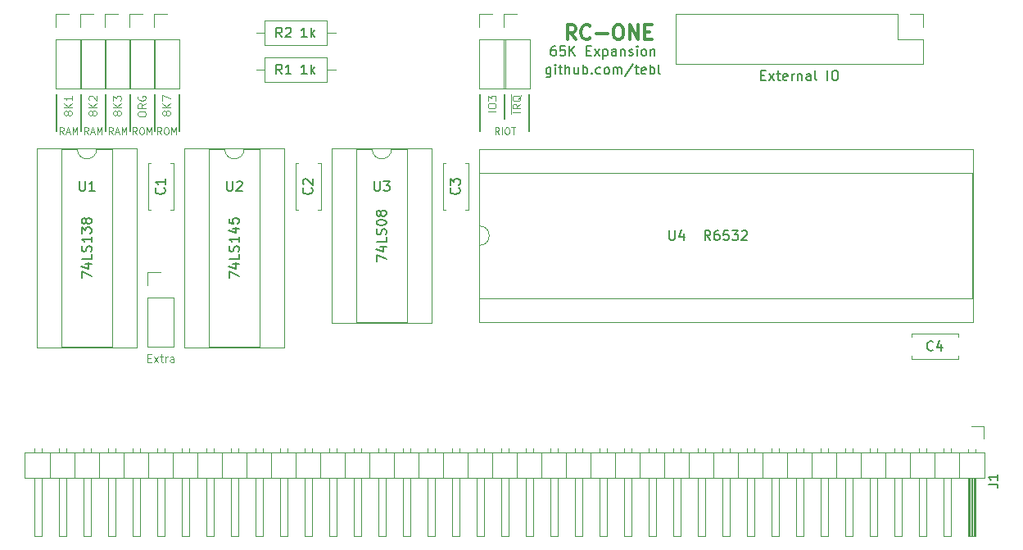
<source format=gto>
G04 #@! TF.FileFunction,Legend,Top*
%FSLAX46Y46*%
G04 Gerber Fmt 4.6, Leading zero omitted, Abs format (unit mm)*
G04 Created by KiCad (PCBNEW 4.0.7) date 09/16/19 13:34:44*
%MOMM*%
%LPD*%
G01*
G04 APERTURE LIST*
%ADD10C,0.100000*%
%ADD11C,0.200000*%
%ADD12C,0.150000*%
%ADD13C,0.300000*%
%ADD14C,0.120000*%
G04 APERTURE END LIST*
D10*
D11*
X140970000Y-105410000D02*
X140970000Y-102870000D01*
X138430000Y-106680000D02*
X138430000Y-102870000D01*
X143510000Y-102870000D02*
X143510000Y-106680000D01*
D10*
X140386668Y-106996667D02*
X140153334Y-106663333D01*
X139986668Y-106996667D02*
X139986668Y-106296667D01*
X140253334Y-106296667D01*
X140320001Y-106330000D01*
X140353334Y-106363333D01*
X140386668Y-106430000D01*
X140386668Y-106530000D01*
X140353334Y-106596667D01*
X140320001Y-106630000D01*
X140253334Y-106663333D01*
X139986668Y-106663333D01*
X140686668Y-106996667D02*
X140686668Y-106296667D01*
X141153334Y-106296667D02*
X141286667Y-106296667D01*
X141353334Y-106330000D01*
X141420001Y-106396667D01*
X141453334Y-106530000D01*
X141453334Y-106763333D01*
X141420001Y-106896667D01*
X141353334Y-106963333D01*
X141286667Y-106996667D01*
X141153334Y-106996667D01*
X141086667Y-106963333D01*
X141020001Y-106896667D01*
X140986667Y-106763333D01*
X140986667Y-106530000D01*
X141020001Y-106396667D01*
X141086667Y-106330000D01*
X141153334Y-106296667D01*
X141653334Y-106296667D02*
X142053334Y-106296667D01*
X141853334Y-106996667D02*
X141853334Y-106296667D01*
D11*
X94615000Y-102870000D02*
X94615000Y-106680000D01*
X97155000Y-106680000D02*
X97155000Y-102870000D01*
X99695000Y-102870000D02*
X99695000Y-106680000D01*
X102235000Y-106680000D02*
X102235000Y-102870000D01*
X104775000Y-102870000D02*
X104775000Y-106680000D01*
X107315000Y-106680000D02*
X107315000Y-102870000D01*
D10*
X105495001Y-106996667D02*
X105261667Y-106663333D01*
X105095001Y-106996667D02*
X105095001Y-106296667D01*
X105361667Y-106296667D01*
X105428334Y-106330000D01*
X105461667Y-106363333D01*
X105495001Y-106430000D01*
X105495001Y-106530000D01*
X105461667Y-106596667D01*
X105428334Y-106630000D01*
X105361667Y-106663333D01*
X105095001Y-106663333D01*
X105928334Y-106296667D02*
X106061667Y-106296667D01*
X106128334Y-106330000D01*
X106195001Y-106396667D01*
X106228334Y-106530000D01*
X106228334Y-106763333D01*
X106195001Y-106896667D01*
X106128334Y-106963333D01*
X106061667Y-106996667D01*
X105928334Y-106996667D01*
X105861667Y-106963333D01*
X105795001Y-106896667D01*
X105761667Y-106763333D01*
X105761667Y-106530000D01*
X105795001Y-106396667D01*
X105861667Y-106330000D01*
X105928334Y-106296667D01*
X106528334Y-106996667D02*
X106528334Y-106296667D01*
X106761667Y-106796667D01*
X106995000Y-106296667D01*
X106995000Y-106996667D01*
X102955001Y-106996667D02*
X102721667Y-106663333D01*
X102555001Y-106996667D02*
X102555001Y-106296667D01*
X102821667Y-106296667D01*
X102888334Y-106330000D01*
X102921667Y-106363333D01*
X102955001Y-106430000D01*
X102955001Y-106530000D01*
X102921667Y-106596667D01*
X102888334Y-106630000D01*
X102821667Y-106663333D01*
X102555001Y-106663333D01*
X103388334Y-106296667D02*
X103521667Y-106296667D01*
X103588334Y-106330000D01*
X103655001Y-106396667D01*
X103688334Y-106530000D01*
X103688334Y-106763333D01*
X103655001Y-106896667D01*
X103588334Y-106963333D01*
X103521667Y-106996667D01*
X103388334Y-106996667D01*
X103321667Y-106963333D01*
X103255001Y-106896667D01*
X103221667Y-106763333D01*
X103221667Y-106530000D01*
X103255001Y-106396667D01*
X103321667Y-106330000D01*
X103388334Y-106296667D01*
X103988334Y-106996667D02*
X103988334Y-106296667D01*
X104221667Y-106796667D01*
X104455000Y-106296667D01*
X104455000Y-106996667D01*
X100481667Y-106996667D02*
X100248333Y-106663333D01*
X100081667Y-106996667D02*
X100081667Y-106296667D01*
X100348333Y-106296667D01*
X100415000Y-106330000D01*
X100448333Y-106363333D01*
X100481667Y-106430000D01*
X100481667Y-106530000D01*
X100448333Y-106596667D01*
X100415000Y-106630000D01*
X100348333Y-106663333D01*
X100081667Y-106663333D01*
X100748333Y-106796667D02*
X101081667Y-106796667D01*
X100681667Y-106996667D02*
X100915000Y-106296667D01*
X101148333Y-106996667D01*
X101381667Y-106996667D02*
X101381667Y-106296667D01*
X101615000Y-106796667D01*
X101848333Y-106296667D01*
X101848333Y-106996667D01*
X97941667Y-106996667D02*
X97708333Y-106663333D01*
X97541667Y-106996667D02*
X97541667Y-106296667D01*
X97808333Y-106296667D01*
X97875000Y-106330000D01*
X97908333Y-106363333D01*
X97941667Y-106430000D01*
X97941667Y-106530000D01*
X97908333Y-106596667D01*
X97875000Y-106630000D01*
X97808333Y-106663333D01*
X97541667Y-106663333D01*
X98208333Y-106796667D02*
X98541667Y-106796667D01*
X98141667Y-106996667D02*
X98375000Y-106296667D01*
X98608333Y-106996667D01*
X98841667Y-106996667D02*
X98841667Y-106296667D01*
X99075000Y-106796667D01*
X99308333Y-106296667D01*
X99308333Y-106996667D01*
X95401667Y-106996667D02*
X95168333Y-106663333D01*
X95001667Y-106996667D02*
X95001667Y-106296667D01*
X95268333Y-106296667D01*
X95335000Y-106330000D01*
X95368333Y-106363333D01*
X95401667Y-106430000D01*
X95401667Y-106530000D01*
X95368333Y-106596667D01*
X95335000Y-106630000D01*
X95268333Y-106663333D01*
X95001667Y-106663333D01*
X95668333Y-106796667D02*
X96001667Y-106796667D01*
X95601667Y-106996667D02*
X95835000Y-106296667D01*
X96068333Y-106996667D01*
X96301667Y-106996667D02*
X96301667Y-106296667D01*
X96535000Y-106796667D01*
X96768333Y-106296667D01*
X96768333Y-106996667D01*
X105949762Y-104889048D02*
X105911667Y-104965239D01*
X105873571Y-105003334D01*
X105797381Y-105041429D01*
X105759286Y-105041429D01*
X105683095Y-105003334D01*
X105645000Y-104965239D01*
X105606905Y-104889048D01*
X105606905Y-104736667D01*
X105645000Y-104660477D01*
X105683095Y-104622381D01*
X105759286Y-104584286D01*
X105797381Y-104584286D01*
X105873571Y-104622381D01*
X105911667Y-104660477D01*
X105949762Y-104736667D01*
X105949762Y-104889048D01*
X105987857Y-104965239D01*
X106025952Y-105003334D01*
X106102143Y-105041429D01*
X106254524Y-105041429D01*
X106330714Y-105003334D01*
X106368810Y-104965239D01*
X106406905Y-104889048D01*
X106406905Y-104736667D01*
X106368810Y-104660477D01*
X106330714Y-104622381D01*
X106254524Y-104584286D01*
X106102143Y-104584286D01*
X106025952Y-104622381D01*
X105987857Y-104660477D01*
X105949762Y-104736667D01*
X106406905Y-104241429D02*
X105606905Y-104241429D01*
X106406905Y-103784286D02*
X105949762Y-104127143D01*
X105606905Y-103784286D02*
X106064048Y-104241429D01*
X105606905Y-103517619D02*
X105606905Y-102984286D01*
X106406905Y-103327143D01*
D12*
X145725238Y-100115714D02*
X145725238Y-100925238D01*
X145677619Y-101020476D01*
X145630000Y-101068095D01*
X145534761Y-101115714D01*
X145391904Y-101115714D01*
X145296666Y-101068095D01*
X145725238Y-100734762D02*
X145630000Y-100782381D01*
X145439523Y-100782381D01*
X145344285Y-100734762D01*
X145296666Y-100687143D01*
X145249047Y-100591905D01*
X145249047Y-100306190D01*
X145296666Y-100210952D01*
X145344285Y-100163333D01*
X145439523Y-100115714D01*
X145630000Y-100115714D01*
X145725238Y-100163333D01*
X146201428Y-100782381D02*
X146201428Y-100115714D01*
X146201428Y-99782381D02*
X146153809Y-99830000D01*
X146201428Y-99877619D01*
X146249047Y-99830000D01*
X146201428Y-99782381D01*
X146201428Y-99877619D01*
X146534761Y-100115714D02*
X146915713Y-100115714D01*
X146677618Y-99782381D02*
X146677618Y-100639524D01*
X146725237Y-100734762D01*
X146820475Y-100782381D01*
X146915713Y-100782381D01*
X147249047Y-100782381D02*
X147249047Y-99782381D01*
X147677619Y-100782381D02*
X147677619Y-100258571D01*
X147630000Y-100163333D01*
X147534762Y-100115714D01*
X147391904Y-100115714D01*
X147296666Y-100163333D01*
X147249047Y-100210952D01*
X148582381Y-100115714D02*
X148582381Y-100782381D01*
X148153809Y-100115714D02*
X148153809Y-100639524D01*
X148201428Y-100734762D01*
X148296666Y-100782381D01*
X148439524Y-100782381D01*
X148534762Y-100734762D01*
X148582381Y-100687143D01*
X149058571Y-100782381D02*
X149058571Y-99782381D01*
X149058571Y-100163333D02*
X149153809Y-100115714D01*
X149344286Y-100115714D01*
X149439524Y-100163333D01*
X149487143Y-100210952D01*
X149534762Y-100306190D01*
X149534762Y-100591905D01*
X149487143Y-100687143D01*
X149439524Y-100734762D01*
X149344286Y-100782381D01*
X149153809Y-100782381D01*
X149058571Y-100734762D01*
X149963333Y-100687143D02*
X150010952Y-100734762D01*
X149963333Y-100782381D01*
X149915714Y-100734762D01*
X149963333Y-100687143D01*
X149963333Y-100782381D01*
X150868095Y-100734762D02*
X150772857Y-100782381D01*
X150582380Y-100782381D01*
X150487142Y-100734762D01*
X150439523Y-100687143D01*
X150391904Y-100591905D01*
X150391904Y-100306190D01*
X150439523Y-100210952D01*
X150487142Y-100163333D01*
X150582380Y-100115714D01*
X150772857Y-100115714D01*
X150868095Y-100163333D01*
X151439523Y-100782381D02*
X151344285Y-100734762D01*
X151296666Y-100687143D01*
X151249047Y-100591905D01*
X151249047Y-100306190D01*
X151296666Y-100210952D01*
X151344285Y-100163333D01*
X151439523Y-100115714D01*
X151582381Y-100115714D01*
X151677619Y-100163333D01*
X151725238Y-100210952D01*
X151772857Y-100306190D01*
X151772857Y-100591905D01*
X151725238Y-100687143D01*
X151677619Y-100734762D01*
X151582381Y-100782381D01*
X151439523Y-100782381D01*
X152201428Y-100782381D02*
X152201428Y-100115714D01*
X152201428Y-100210952D02*
X152249047Y-100163333D01*
X152344285Y-100115714D01*
X152487143Y-100115714D01*
X152582381Y-100163333D01*
X152630000Y-100258571D01*
X152630000Y-100782381D01*
X152630000Y-100258571D02*
X152677619Y-100163333D01*
X152772857Y-100115714D01*
X152915714Y-100115714D01*
X153010952Y-100163333D01*
X153058571Y-100258571D01*
X153058571Y-100782381D01*
X154249047Y-99734762D02*
X153391904Y-101020476D01*
X154439523Y-100115714D02*
X154820475Y-100115714D01*
X154582380Y-99782381D02*
X154582380Y-100639524D01*
X154629999Y-100734762D01*
X154725237Y-100782381D01*
X154820475Y-100782381D01*
X155534762Y-100734762D02*
X155439524Y-100782381D01*
X155249047Y-100782381D01*
X155153809Y-100734762D01*
X155106190Y-100639524D01*
X155106190Y-100258571D01*
X155153809Y-100163333D01*
X155249047Y-100115714D01*
X155439524Y-100115714D01*
X155534762Y-100163333D01*
X155582381Y-100258571D01*
X155582381Y-100353810D01*
X155106190Y-100449048D01*
X156010952Y-100782381D02*
X156010952Y-99782381D01*
X156010952Y-100163333D02*
X156106190Y-100115714D01*
X156296667Y-100115714D01*
X156391905Y-100163333D01*
X156439524Y-100210952D01*
X156487143Y-100306190D01*
X156487143Y-100591905D01*
X156439524Y-100687143D01*
X156391905Y-100734762D01*
X156296667Y-100782381D01*
X156106190Y-100782381D01*
X156010952Y-100734762D01*
X157058571Y-100782381D02*
X156963333Y-100734762D01*
X156915714Y-100639524D01*
X156915714Y-99782381D01*
X146201429Y-97877381D02*
X146010952Y-97877381D01*
X145915714Y-97925000D01*
X145868095Y-97972619D01*
X145772857Y-98115476D01*
X145725238Y-98305952D01*
X145725238Y-98686905D01*
X145772857Y-98782143D01*
X145820476Y-98829762D01*
X145915714Y-98877381D01*
X146106191Y-98877381D01*
X146201429Y-98829762D01*
X146249048Y-98782143D01*
X146296667Y-98686905D01*
X146296667Y-98448810D01*
X146249048Y-98353571D01*
X146201429Y-98305952D01*
X146106191Y-98258333D01*
X145915714Y-98258333D01*
X145820476Y-98305952D01*
X145772857Y-98353571D01*
X145725238Y-98448810D01*
X147201429Y-97877381D02*
X146725238Y-97877381D01*
X146677619Y-98353571D01*
X146725238Y-98305952D01*
X146820476Y-98258333D01*
X147058572Y-98258333D01*
X147153810Y-98305952D01*
X147201429Y-98353571D01*
X147249048Y-98448810D01*
X147249048Y-98686905D01*
X147201429Y-98782143D01*
X147153810Y-98829762D01*
X147058572Y-98877381D01*
X146820476Y-98877381D01*
X146725238Y-98829762D01*
X146677619Y-98782143D01*
X147677619Y-98877381D02*
X147677619Y-97877381D01*
X148249048Y-98877381D02*
X147820476Y-98305952D01*
X148249048Y-97877381D02*
X147677619Y-98448810D01*
X149439524Y-98353571D02*
X149772858Y-98353571D01*
X149915715Y-98877381D02*
X149439524Y-98877381D01*
X149439524Y-97877381D01*
X149915715Y-97877381D01*
X150249048Y-98877381D02*
X150772858Y-98210714D01*
X150249048Y-98210714D02*
X150772858Y-98877381D01*
X151153810Y-98210714D02*
X151153810Y-99210714D01*
X151153810Y-98258333D02*
X151249048Y-98210714D01*
X151439525Y-98210714D01*
X151534763Y-98258333D01*
X151582382Y-98305952D01*
X151630001Y-98401190D01*
X151630001Y-98686905D01*
X151582382Y-98782143D01*
X151534763Y-98829762D01*
X151439525Y-98877381D01*
X151249048Y-98877381D01*
X151153810Y-98829762D01*
X152487144Y-98877381D02*
X152487144Y-98353571D01*
X152439525Y-98258333D01*
X152344287Y-98210714D01*
X152153810Y-98210714D01*
X152058572Y-98258333D01*
X152487144Y-98829762D02*
X152391906Y-98877381D01*
X152153810Y-98877381D01*
X152058572Y-98829762D01*
X152010953Y-98734524D01*
X152010953Y-98639286D01*
X152058572Y-98544048D01*
X152153810Y-98496429D01*
X152391906Y-98496429D01*
X152487144Y-98448810D01*
X152963334Y-98210714D02*
X152963334Y-98877381D01*
X152963334Y-98305952D02*
X153010953Y-98258333D01*
X153106191Y-98210714D01*
X153249049Y-98210714D01*
X153344287Y-98258333D01*
X153391906Y-98353571D01*
X153391906Y-98877381D01*
X153820477Y-98829762D02*
X153915715Y-98877381D01*
X154106191Y-98877381D01*
X154201430Y-98829762D01*
X154249049Y-98734524D01*
X154249049Y-98686905D01*
X154201430Y-98591667D01*
X154106191Y-98544048D01*
X153963334Y-98544048D01*
X153868096Y-98496429D01*
X153820477Y-98401190D01*
X153820477Y-98353571D01*
X153868096Y-98258333D01*
X153963334Y-98210714D01*
X154106191Y-98210714D01*
X154201430Y-98258333D01*
X154677620Y-98877381D02*
X154677620Y-98210714D01*
X154677620Y-97877381D02*
X154630001Y-97925000D01*
X154677620Y-97972619D01*
X154725239Y-97925000D01*
X154677620Y-97877381D01*
X154677620Y-97972619D01*
X155296667Y-98877381D02*
X155201429Y-98829762D01*
X155153810Y-98782143D01*
X155106191Y-98686905D01*
X155106191Y-98401190D01*
X155153810Y-98305952D01*
X155201429Y-98258333D01*
X155296667Y-98210714D01*
X155439525Y-98210714D01*
X155534763Y-98258333D01*
X155582382Y-98305952D01*
X155630001Y-98401190D01*
X155630001Y-98686905D01*
X155582382Y-98782143D01*
X155534763Y-98829762D01*
X155439525Y-98877381D01*
X155296667Y-98877381D01*
X156058572Y-98210714D02*
X156058572Y-98877381D01*
X156058572Y-98305952D02*
X156106191Y-98258333D01*
X156201429Y-98210714D01*
X156344287Y-98210714D01*
X156439525Y-98258333D01*
X156487144Y-98353571D01*
X156487144Y-98877381D01*
D13*
X148300714Y-97198571D02*
X147800714Y-96484286D01*
X147443571Y-97198571D02*
X147443571Y-95698571D01*
X148014999Y-95698571D01*
X148157857Y-95770000D01*
X148229285Y-95841429D01*
X148300714Y-95984286D01*
X148300714Y-96198571D01*
X148229285Y-96341429D01*
X148157857Y-96412857D01*
X148014999Y-96484286D01*
X147443571Y-96484286D01*
X149800714Y-97055714D02*
X149729285Y-97127143D01*
X149514999Y-97198571D01*
X149372142Y-97198571D01*
X149157857Y-97127143D01*
X149014999Y-96984286D01*
X148943571Y-96841429D01*
X148872142Y-96555714D01*
X148872142Y-96341429D01*
X148943571Y-96055714D01*
X149014999Y-95912857D01*
X149157857Y-95770000D01*
X149372142Y-95698571D01*
X149514999Y-95698571D01*
X149729285Y-95770000D01*
X149800714Y-95841429D01*
X150443571Y-96627143D02*
X151586428Y-96627143D01*
X152586428Y-95698571D02*
X152872142Y-95698571D01*
X153015000Y-95770000D01*
X153157857Y-95912857D01*
X153229285Y-96198571D01*
X153229285Y-96698571D01*
X153157857Y-96984286D01*
X153015000Y-97127143D01*
X152872142Y-97198571D01*
X152586428Y-97198571D01*
X152443571Y-97127143D01*
X152300714Y-96984286D01*
X152229285Y-96698571D01*
X152229285Y-96198571D01*
X152300714Y-95912857D01*
X152443571Y-95770000D01*
X152586428Y-95698571D01*
X153872143Y-97198571D02*
X153872143Y-95698571D01*
X154729286Y-97198571D01*
X154729286Y-95698571D01*
X155443572Y-96412857D02*
X155943572Y-96412857D01*
X156157858Y-97198571D02*
X155443572Y-97198571D01*
X155443572Y-95698571D01*
X156157858Y-95698571D01*
D10*
X103066905Y-104965238D02*
X103066905Y-104812857D01*
X103105000Y-104736666D01*
X103181190Y-104660476D01*
X103333571Y-104622381D01*
X103600238Y-104622381D01*
X103752619Y-104660476D01*
X103828810Y-104736666D01*
X103866905Y-104812857D01*
X103866905Y-104965238D01*
X103828810Y-105041428D01*
X103752619Y-105117619D01*
X103600238Y-105155714D01*
X103333571Y-105155714D01*
X103181190Y-105117619D01*
X103105000Y-105041428D01*
X103066905Y-104965238D01*
X103866905Y-103822381D02*
X103485952Y-104089048D01*
X103866905Y-104279524D02*
X103066905Y-104279524D01*
X103066905Y-103974762D01*
X103105000Y-103898571D01*
X103143095Y-103860476D01*
X103219286Y-103822381D01*
X103333571Y-103822381D01*
X103409762Y-103860476D01*
X103447857Y-103898571D01*
X103485952Y-103974762D01*
X103485952Y-104279524D01*
X103105000Y-103060476D02*
X103066905Y-103136667D01*
X103066905Y-103250952D01*
X103105000Y-103365238D01*
X103181190Y-103441429D01*
X103257381Y-103479524D01*
X103409762Y-103517619D01*
X103524048Y-103517619D01*
X103676429Y-103479524D01*
X103752619Y-103441429D01*
X103828810Y-103365238D01*
X103866905Y-103250952D01*
X103866905Y-103174762D01*
X103828810Y-103060476D01*
X103790714Y-103022381D01*
X103524048Y-103022381D01*
X103524048Y-103174762D01*
X100869762Y-104889048D02*
X100831667Y-104965239D01*
X100793571Y-105003334D01*
X100717381Y-105041429D01*
X100679286Y-105041429D01*
X100603095Y-105003334D01*
X100565000Y-104965239D01*
X100526905Y-104889048D01*
X100526905Y-104736667D01*
X100565000Y-104660477D01*
X100603095Y-104622381D01*
X100679286Y-104584286D01*
X100717381Y-104584286D01*
X100793571Y-104622381D01*
X100831667Y-104660477D01*
X100869762Y-104736667D01*
X100869762Y-104889048D01*
X100907857Y-104965239D01*
X100945952Y-105003334D01*
X101022143Y-105041429D01*
X101174524Y-105041429D01*
X101250714Y-105003334D01*
X101288810Y-104965239D01*
X101326905Y-104889048D01*
X101326905Y-104736667D01*
X101288810Y-104660477D01*
X101250714Y-104622381D01*
X101174524Y-104584286D01*
X101022143Y-104584286D01*
X100945952Y-104622381D01*
X100907857Y-104660477D01*
X100869762Y-104736667D01*
X101326905Y-104241429D02*
X100526905Y-104241429D01*
X101326905Y-103784286D02*
X100869762Y-104127143D01*
X100526905Y-103784286D02*
X100984048Y-104241429D01*
X100526905Y-103517619D02*
X100526905Y-103022381D01*
X100831667Y-103289048D01*
X100831667Y-103174762D01*
X100869762Y-103098572D01*
X100907857Y-103060476D01*
X100984048Y-103022381D01*
X101174524Y-103022381D01*
X101250714Y-103060476D01*
X101288810Y-103098572D01*
X101326905Y-103174762D01*
X101326905Y-103403334D01*
X101288810Y-103479524D01*
X101250714Y-103517619D01*
X98329762Y-104889048D02*
X98291667Y-104965239D01*
X98253571Y-105003334D01*
X98177381Y-105041429D01*
X98139286Y-105041429D01*
X98063095Y-105003334D01*
X98025000Y-104965239D01*
X97986905Y-104889048D01*
X97986905Y-104736667D01*
X98025000Y-104660477D01*
X98063095Y-104622381D01*
X98139286Y-104584286D01*
X98177381Y-104584286D01*
X98253571Y-104622381D01*
X98291667Y-104660477D01*
X98329762Y-104736667D01*
X98329762Y-104889048D01*
X98367857Y-104965239D01*
X98405952Y-105003334D01*
X98482143Y-105041429D01*
X98634524Y-105041429D01*
X98710714Y-105003334D01*
X98748810Y-104965239D01*
X98786905Y-104889048D01*
X98786905Y-104736667D01*
X98748810Y-104660477D01*
X98710714Y-104622381D01*
X98634524Y-104584286D01*
X98482143Y-104584286D01*
X98405952Y-104622381D01*
X98367857Y-104660477D01*
X98329762Y-104736667D01*
X98786905Y-104241429D02*
X97986905Y-104241429D01*
X98786905Y-103784286D02*
X98329762Y-104127143D01*
X97986905Y-103784286D02*
X98444048Y-104241429D01*
X98063095Y-103479524D02*
X98025000Y-103441429D01*
X97986905Y-103365238D01*
X97986905Y-103174762D01*
X98025000Y-103098572D01*
X98063095Y-103060476D01*
X98139286Y-103022381D01*
X98215476Y-103022381D01*
X98329762Y-103060476D01*
X98786905Y-103517619D01*
X98786905Y-103022381D01*
X95789762Y-104889048D02*
X95751667Y-104965239D01*
X95713571Y-105003334D01*
X95637381Y-105041429D01*
X95599286Y-105041429D01*
X95523095Y-105003334D01*
X95485000Y-104965239D01*
X95446905Y-104889048D01*
X95446905Y-104736667D01*
X95485000Y-104660477D01*
X95523095Y-104622381D01*
X95599286Y-104584286D01*
X95637381Y-104584286D01*
X95713571Y-104622381D01*
X95751667Y-104660477D01*
X95789762Y-104736667D01*
X95789762Y-104889048D01*
X95827857Y-104965239D01*
X95865952Y-105003334D01*
X95942143Y-105041429D01*
X96094524Y-105041429D01*
X96170714Y-105003334D01*
X96208810Y-104965239D01*
X96246905Y-104889048D01*
X96246905Y-104736667D01*
X96208810Y-104660477D01*
X96170714Y-104622381D01*
X96094524Y-104584286D01*
X95942143Y-104584286D01*
X95865952Y-104622381D01*
X95827857Y-104660477D01*
X95789762Y-104736667D01*
X96246905Y-104241429D02*
X95446905Y-104241429D01*
X96246905Y-103784286D02*
X95789762Y-104127143D01*
X95446905Y-103784286D02*
X95904048Y-104241429D01*
X96246905Y-103022381D02*
X96246905Y-103479524D01*
X96246905Y-103250953D02*
X95446905Y-103250953D01*
X95561190Y-103327143D01*
X95637381Y-103403334D01*
X95675476Y-103479524D01*
X140061905Y-104660476D02*
X139261905Y-104660476D01*
X139261905Y-104127143D02*
X139261905Y-103974762D01*
X139300000Y-103898571D01*
X139376190Y-103822381D01*
X139528571Y-103784286D01*
X139795238Y-103784286D01*
X139947619Y-103822381D01*
X140023810Y-103898571D01*
X140061905Y-103974762D01*
X140061905Y-104127143D01*
X140023810Y-104203333D01*
X139947619Y-104279524D01*
X139795238Y-104317619D01*
X139528571Y-104317619D01*
X139376190Y-104279524D01*
X139300000Y-104203333D01*
X139261905Y-104127143D01*
X139261905Y-103517619D02*
X139261905Y-103022381D01*
X139566667Y-103289048D01*
X139566667Y-103174762D01*
X139604762Y-103098572D01*
X139642857Y-103060476D01*
X139719048Y-103022381D01*
X139909524Y-103022381D01*
X139985714Y-103060476D01*
X140023810Y-103098572D01*
X140061905Y-103174762D01*
X140061905Y-103403334D01*
X140023810Y-103479524D01*
X139985714Y-103517619D01*
X142601905Y-104698571D02*
X141801905Y-104698571D01*
X142601905Y-103860476D02*
X142220952Y-104127143D01*
X142601905Y-104317619D02*
X141801905Y-104317619D01*
X141801905Y-104012857D01*
X141840000Y-103936666D01*
X141878095Y-103898571D01*
X141954286Y-103860476D01*
X142068571Y-103860476D01*
X142144762Y-103898571D01*
X142182857Y-103936666D01*
X142220952Y-104012857D01*
X142220952Y-104317619D01*
X142678095Y-102984285D02*
X142640000Y-103060476D01*
X142563810Y-103136666D01*
X142449524Y-103250952D01*
X142411429Y-103327143D01*
X142411429Y-103403333D01*
X142601905Y-103365238D02*
X142563810Y-103441428D01*
X142487619Y-103517619D01*
X142335238Y-103555714D01*
X142068571Y-103555714D01*
X141916190Y-103517619D01*
X141840000Y-103441428D01*
X141801905Y-103365238D01*
X141801905Y-103212857D01*
X141840000Y-103136666D01*
X141916190Y-103060476D01*
X142068571Y-103022381D01*
X142335238Y-103022381D01*
X142487619Y-103060476D01*
X142563810Y-103136666D01*
X142601905Y-103212857D01*
X142601905Y-103365238D01*
X141664000Y-104889047D02*
X141664000Y-102870000D01*
D14*
X106720000Y-109945000D02*
X106720000Y-114765000D01*
X104100000Y-109945000D02*
X104100000Y-114765000D01*
X106720000Y-109945000D02*
X106406000Y-109945000D01*
X104414000Y-109945000D02*
X104100000Y-109945000D01*
X106720000Y-114765000D02*
X106406000Y-114765000D01*
X104414000Y-114765000D02*
X104100000Y-114765000D01*
X121960000Y-109945000D02*
X121960000Y-114765000D01*
X119340000Y-109945000D02*
X119340000Y-114765000D01*
X121960000Y-109945000D02*
X121646000Y-109945000D01*
X119654000Y-109945000D02*
X119340000Y-109945000D01*
X121960000Y-114765000D02*
X121646000Y-114765000D01*
X119654000Y-114765000D02*
X119340000Y-114765000D01*
X137200000Y-109945000D02*
X137200000Y-114765000D01*
X134580000Y-109945000D02*
X134580000Y-114765000D01*
X137200000Y-109945000D02*
X136886000Y-109945000D01*
X134894000Y-109945000D02*
X134580000Y-109945000D01*
X137200000Y-114765000D02*
X136886000Y-114765000D01*
X134894000Y-114765000D02*
X134580000Y-114765000D01*
X190560000Y-139870000D02*
X91380000Y-139870000D01*
X91380000Y-139870000D02*
X91380000Y-142530000D01*
X91380000Y-142530000D02*
X190560000Y-142530000D01*
X190560000Y-142530000D02*
X190560000Y-139870000D01*
X189610000Y-142530000D02*
X189610000Y-148530000D01*
X189610000Y-148530000D02*
X188850000Y-148530000D01*
X188850000Y-148530000D02*
X188850000Y-142530000D01*
X189550000Y-142530000D02*
X189550000Y-148530000D01*
X189430000Y-142530000D02*
X189430000Y-148530000D01*
X189310000Y-142530000D02*
X189310000Y-148530000D01*
X189190000Y-142530000D02*
X189190000Y-148530000D01*
X189070000Y-142530000D02*
X189070000Y-148530000D01*
X188950000Y-142530000D02*
X188950000Y-148530000D01*
X189610000Y-139540000D02*
X189610000Y-139870000D01*
X188850000Y-139540000D02*
X188850000Y-139870000D01*
X187960000Y-139870000D02*
X187960000Y-142530000D01*
X187070000Y-142530000D02*
X187070000Y-148530000D01*
X187070000Y-148530000D02*
X186310000Y-148530000D01*
X186310000Y-148530000D02*
X186310000Y-142530000D01*
X187070000Y-139472929D02*
X187070000Y-139870000D01*
X186310000Y-139472929D02*
X186310000Y-139870000D01*
X185420000Y-139870000D02*
X185420000Y-142530000D01*
X184530000Y-142530000D02*
X184530000Y-148530000D01*
X184530000Y-148530000D02*
X183770000Y-148530000D01*
X183770000Y-148530000D02*
X183770000Y-142530000D01*
X184530000Y-139472929D02*
X184530000Y-139870000D01*
X183770000Y-139472929D02*
X183770000Y-139870000D01*
X182880000Y-139870000D02*
X182880000Y-142530000D01*
X181990000Y-142530000D02*
X181990000Y-148530000D01*
X181990000Y-148530000D02*
X181230000Y-148530000D01*
X181230000Y-148530000D02*
X181230000Y-142530000D01*
X181990000Y-139472929D02*
X181990000Y-139870000D01*
X181230000Y-139472929D02*
X181230000Y-139870000D01*
X180340000Y-139870000D02*
X180340000Y-142530000D01*
X179450000Y-142530000D02*
X179450000Y-148530000D01*
X179450000Y-148530000D02*
X178690000Y-148530000D01*
X178690000Y-148530000D02*
X178690000Y-142530000D01*
X179450000Y-139472929D02*
X179450000Y-139870000D01*
X178690000Y-139472929D02*
X178690000Y-139870000D01*
X177800000Y-139870000D02*
X177800000Y-142530000D01*
X176910000Y-142530000D02*
X176910000Y-148530000D01*
X176910000Y-148530000D02*
X176150000Y-148530000D01*
X176150000Y-148530000D02*
X176150000Y-142530000D01*
X176910000Y-139472929D02*
X176910000Y-139870000D01*
X176150000Y-139472929D02*
X176150000Y-139870000D01*
X175260000Y-139870000D02*
X175260000Y-142530000D01*
X174370000Y-142530000D02*
X174370000Y-148530000D01*
X174370000Y-148530000D02*
X173610000Y-148530000D01*
X173610000Y-148530000D02*
X173610000Y-142530000D01*
X174370000Y-139472929D02*
X174370000Y-139870000D01*
X173610000Y-139472929D02*
X173610000Y-139870000D01*
X172720000Y-139870000D02*
X172720000Y-142530000D01*
X171830000Y-142530000D02*
X171830000Y-148530000D01*
X171830000Y-148530000D02*
X171070000Y-148530000D01*
X171070000Y-148530000D02*
X171070000Y-142530000D01*
X171830000Y-139472929D02*
X171830000Y-139870000D01*
X171070000Y-139472929D02*
X171070000Y-139870000D01*
X170180000Y-139870000D02*
X170180000Y-142530000D01*
X169290000Y-142530000D02*
X169290000Y-148530000D01*
X169290000Y-148530000D02*
X168530000Y-148530000D01*
X168530000Y-148530000D02*
X168530000Y-142530000D01*
X169290000Y-139472929D02*
X169290000Y-139870000D01*
X168530000Y-139472929D02*
X168530000Y-139870000D01*
X167640000Y-139870000D02*
X167640000Y-142530000D01*
X166750000Y-142530000D02*
X166750000Y-148530000D01*
X166750000Y-148530000D02*
X165990000Y-148530000D01*
X165990000Y-148530000D02*
X165990000Y-142530000D01*
X166750000Y-139472929D02*
X166750000Y-139870000D01*
X165990000Y-139472929D02*
X165990000Y-139870000D01*
X165100000Y-139870000D02*
X165100000Y-142530000D01*
X164210000Y-142530000D02*
X164210000Y-148530000D01*
X164210000Y-148530000D02*
X163450000Y-148530000D01*
X163450000Y-148530000D02*
X163450000Y-142530000D01*
X164210000Y-139472929D02*
X164210000Y-139870000D01*
X163450000Y-139472929D02*
X163450000Y-139870000D01*
X162560000Y-139870000D02*
X162560000Y-142530000D01*
X161670000Y-142530000D02*
X161670000Y-148530000D01*
X161670000Y-148530000D02*
X160910000Y-148530000D01*
X160910000Y-148530000D02*
X160910000Y-142530000D01*
X161670000Y-139472929D02*
X161670000Y-139870000D01*
X160910000Y-139472929D02*
X160910000Y-139870000D01*
X160020000Y-139870000D02*
X160020000Y-142530000D01*
X159130000Y-142530000D02*
X159130000Y-148530000D01*
X159130000Y-148530000D02*
X158370000Y-148530000D01*
X158370000Y-148530000D02*
X158370000Y-142530000D01*
X159130000Y-139472929D02*
X159130000Y-139870000D01*
X158370000Y-139472929D02*
X158370000Y-139870000D01*
X157480000Y-139870000D02*
X157480000Y-142530000D01*
X156590000Y-142530000D02*
X156590000Y-148530000D01*
X156590000Y-148530000D02*
X155830000Y-148530000D01*
X155830000Y-148530000D02*
X155830000Y-142530000D01*
X156590000Y-139472929D02*
X156590000Y-139870000D01*
X155830000Y-139472929D02*
X155830000Y-139870000D01*
X154940000Y-139870000D02*
X154940000Y-142530000D01*
X154050000Y-142530000D02*
X154050000Y-148530000D01*
X154050000Y-148530000D02*
X153290000Y-148530000D01*
X153290000Y-148530000D02*
X153290000Y-142530000D01*
X154050000Y-139472929D02*
X154050000Y-139870000D01*
X153290000Y-139472929D02*
X153290000Y-139870000D01*
X152400000Y-139870000D02*
X152400000Y-142530000D01*
X151510000Y-142530000D02*
X151510000Y-148530000D01*
X151510000Y-148530000D02*
X150750000Y-148530000D01*
X150750000Y-148530000D02*
X150750000Y-142530000D01*
X151510000Y-139472929D02*
X151510000Y-139870000D01*
X150750000Y-139472929D02*
X150750000Y-139870000D01*
X149860000Y-139870000D02*
X149860000Y-142530000D01*
X148970000Y-142530000D02*
X148970000Y-148530000D01*
X148970000Y-148530000D02*
X148210000Y-148530000D01*
X148210000Y-148530000D02*
X148210000Y-142530000D01*
X148970000Y-139472929D02*
X148970000Y-139870000D01*
X148210000Y-139472929D02*
X148210000Y-139870000D01*
X147320000Y-139870000D02*
X147320000Y-142530000D01*
X146430000Y-142530000D02*
X146430000Y-148530000D01*
X146430000Y-148530000D02*
X145670000Y-148530000D01*
X145670000Y-148530000D02*
X145670000Y-142530000D01*
X146430000Y-139472929D02*
X146430000Y-139870000D01*
X145670000Y-139472929D02*
X145670000Y-139870000D01*
X144780000Y-139870000D02*
X144780000Y-142530000D01*
X143890000Y-142530000D02*
X143890000Y-148530000D01*
X143890000Y-148530000D02*
X143130000Y-148530000D01*
X143130000Y-148530000D02*
X143130000Y-142530000D01*
X143890000Y-139472929D02*
X143890000Y-139870000D01*
X143130000Y-139472929D02*
X143130000Y-139870000D01*
X142240000Y-139870000D02*
X142240000Y-142530000D01*
X141350000Y-142530000D02*
X141350000Y-148530000D01*
X141350000Y-148530000D02*
X140590000Y-148530000D01*
X140590000Y-148530000D02*
X140590000Y-142530000D01*
X141350000Y-139472929D02*
X141350000Y-139870000D01*
X140590000Y-139472929D02*
X140590000Y-139870000D01*
X139700000Y-139870000D02*
X139700000Y-142530000D01*
X138810000Y-142530000D02*
X138810000Y-148530000D01*
X138810000Y-148530000D02*
X138050000Y-148530000D01*
X138050000Y-148530000D02*
X138050000Y-142530000D01*
X138810000Y-139472929D02*
X138810000Y-139870000D01*
X138050000Y-139472929D02*
X138050000Y-139870000D01*
X137160000Y-139870000D02*
X137160000Y-142530000D01*
X136270000Y-142530000D02*
X136270000Y-148530000D01*
X136270000Y-148530000D02*
X135510000Y-148530000D01*
X135510000Y-148530000D02*
X135510000Y-142530000D01*
X136270000Y-139472929D02*
X136270000Y-139870000D01*
X135510000Y-139472929D02*
X135510000Y-139870000D01*
X134620000Y-139870000D02*
X134620000Y-142530000D01*
X133730000Y-142530000D02*
X133730000Y-148530000D01*
X133730000Y-148530000D02*
X132970000Y-148530000D01*
X132970000Y-148530000D02*
X132970000Y-142530000D01*
X133730000Y-139472929D02*
X133730000Y-139870000D01*
X132970000Y-139472929D02*
X132970000Y-139870000D01*
X132080000Y-139870000D02*
X132080000Y-142530000D01*
X131190000Y-142530000D02*
X131190000Y-148530000D01*
X131190000Y-148530000D02*
X130430000Y-148530000D01*
X130430000Y-148530000D02*
X130430000Y-142530000D01*
X131190000Y-139472929D02*
X131190000Y-139870000D01*
X130430000Y-139472929D02*
X130430000Y-139870000D01*
X129540000Y-139870000D02*
X129540000Y-142530000D01*
X128650000Y-142530000D02*
X128650000Y-148530000D01*
X128650000Y-148530000D02*
X127890000Y-148530000D01*
X127890000Y-148530000D02*
X127890000Y-142530000D01*
X128650000Y-139472929D02*
X128650000Y-139870000D01*
X127890000Y-139472929D02*
X127890000Y-139870000D01*
X127000000Y-139870000D02*
X127000000Y-142530000D01*
X126110000Y-142530000D02*
X126110000Y-148530000D01*
X126110000Y-148530000D02*
X125350000Y-148530000D01*
X125350000Y-148530000D02*
X125350000Y-142530000D01*
X126110000Y-139472929D02*
X126110000Y-139870000D01*
X125350000Y-139472929D02*
X125350000Y-139870000D01*
X124460000Y-139870000D02*
X124460000Y-142530000D01*
X123570000Y-142530000D02*
X123570000Y-148530000D01*
X123570000Y-148530000D02*
X122810000Y-148530000D01*
X122810000Y-148530000D02*
X122810000Y-142530000D01*
X123570000Y-139472929D02*
X123570000Y-139870000D01*
X122810000Y-139472929D02*
X122810000Y-139870000D01*
X121920000Y-139870000D02*
X121920000Y-142530000D01*
X121030000Y-142530000D02*
X121030000Y-148530000D01*
X121030000Y-148530000D02*
X120270000Y-148530000D01*
X120270000Y-148530000D02*
X120270000Y-142530000D01*
X121030000Y-139472929D02*
X121030000Y-139870000D01*
X120270000Y-139472929D02*
X120270000Y-139870000D01*
X119380000Y-139870000D02*
X119380000Y-142530000D01*
X118490000Y-142530000D02*
X118490000Y-148530000D01*
X118490000Y-148530000D02*
X117730000Y-148530000D01*
X117730000Y-148530000D02*
X117730000Y-142530000D01*
X118490000Y-139472929D02*
X118490000Y-139870000D01*
X117730000Y-139472929D02*
X117730000Y-139870000D01*
X116840000Y-139870000D02*
X116840000Y-142530000D01*
X115950000Y-142530000D02*
X115950000Y-148530000D01*
X115950000Y-148530000D02*
X115190000Y-148530000D01*
X115190000Y-148530000D02*
X115190000Y-142530000D01*
X115950000Y-139472929D02*
X115950000Y-139870000D01*
X115190000Y-139472929D02*
X115190000Y-139870000D01*
X114300000Y-139870000D02*
X114300000Y-142530000D01*
X113410000Y-142530000D02*
X113410000Y-148530000D01*
X113410000Y-148530000D02*
X112650000Y-148530000D01*
X112650000Y-148530000D02*
X112650000Y-142530000D01*
X113410000Y-139472929D02*
X113410000Y-139870000D01*
X112650000Y-139472929D02*
X112650000Y-139870000D01*
X111760000Y-139870000D02*
X111760000Y-142530000D01*
X110870000Y-142530000D02*
X110870000Y-148530000D01*
X110870000Y-148530000D02*
X110110000Y-148530000D01*
X110110000Y-148530000D02*
X110110000Y-142530000D01*
X110870000Y-139472929D02*
X110870000Y-139870000D01*
X110110000Y-139472929D02*
X110110000Y-139870000D01*
X109220000Y-139870000D02*
X109220000Y-142530000D01*
X108330000Y-142530000D02*
X108330000Y-148530000D01*
X108330000Y-148530000D02*
X107570000Y-148530000D01*
X107570000Y-148530000D02*
X107570000Y-142530000D01*
X108330000Y-139472929D02*
X108330000Y-139870000D01*
X107570000Y-139472929D02*
X107570000Y-139870000D01*
X106680000Y-139870000D02*
X106680000Y-142530000D01*
X105790000Y-142530000D02*
X105790000Y-148530000D01*
X105790000Y-148530000D02*
X105030000Y-148530000D01*
X105030000Y-148530000D02*
X105030000Y-142530000D01*
X105790000Y-139472929D02*
X105790000Y-139870000D01*
X105030000Y-139472929D02*
X105030000Y-139870000D01*
X104140000Y-139870000D02*
X104140000Y-142530000D01*
X103250000Y-142530000D02*
X103250000Y-148530000D01*
X103250000Y-148530000D02*
X102490000Y-148530000D01*
X102490000Y-148530000D02*
X102490000Y-142530000D01*
X103250000Y-139472929D02*
X103250000Y-139870000D01*
X102490000Y-139472929D02*
X102490000Y-139870000D01*
X101600000Y-139870000D02*
X101600000Y-142530000D01*
X100710000Y-142530000D02*
X100710000Y-148530000D01*
X100710000Y-148530000D02*
X99950000Y-148530000D01*
X99950000Y-148530000D02*
X99950000Y-142530000D01*
X100710000Y-139472929D02*
X100710000Y-139870000D01*
X99950000Y-139472929D02*
X99950000Y-139870000D01*
X99060000Y-139870000D02*
X99060000Y-142530000D01*
X98170000Y-142530000D02*
X98170000Y-148530000D01*
X98170000Y-148530000D02*
X97410000Y-148530000D01*
X97410000Y-148530000D02*
X97410000Y-142530000D01*
X98170000Y-139472929D02*
X98170000Y-139870000D01*
X97410000Y-139472929D02*
X97410000Y-139870000D01*
X96520000Y-139870000D02*
X96520000Y-142530000D01*
X95630000Y-142530000D02*
X95630000Y-148530000D01*
X95630000Y-148530000D02*
X94870000Y-148530000D01*
X94870000Y-148530000D02*
X94870000Y-142530000D01*
X95630000Y-139472929D02*
X95630000Y-139870000D01*
X94870000Y-139472929D02*
X94870000Y-139870000D01*
X93980000Y-139870000D02*
X93980000Y-142530000D01*
X93090000Y-142530000D02*
X93090000Y-148530000D01*
X93090000Y-148530000D02*
X92330000Y-148530000D01*
X92330000Y-148530000D02*
X92330000Y-142530000D01*
X93090000Y-139472929D02*
X93090000Y-139870000D01*
X92330000Y-139472929D02*
X92330000Y-139870000D01*
X189230000Y-137160000D02*
X190500000Y-137160000D01*
X190500000Y-137160000D02*
X190500000Y-138430000D01*
X94555000Y-102295000D02*
X97215000Y-102295000D01*
X94555000Y-97155000D02*
X94555000Y-102295000D01*
X97215000Y-97155000D02*
X97215000Y-102295000D01*
X94555000Y-97155000D02*
X97215000Y-97155000D01*
X94555000Y-95885000D02*
X94555000Y-94555000D01*
X94555000Y-94555000D02*
X95885000Y-94555000D01*
X97095000Y-102295000D02*
X99755000Y-102295000D01*
X97095000Y-97155000D02*
X97095000Y-102295000D01*
X99755000Y-97155000D02*
X99755000Y-102295000D01*
X97095000Y-97155000D02*
X99755000Y-97155000D01*
X97095000Y-95885000D02*
X97095000Y-94555000D01*
X97095000Y-94555000D02*
X98425000Y-94555000D01*
X102175000Y-102295000D02*
X104835000Y-102295000D01*
X102175000Y-97155000D02*
X102175000Y-102295000D01*
X104835000Y-97155000D02*
X104835000Y-102295000D01*
X102175000Y-97155000D02*
X104835000Y-97155000D01*
X102175000Y-95885000D02*
X102175000Y-94555000D01*
X102175000Y-94555000D02*
X103505000Y-94555000D01*
X99635000Y-102295000D02*
X102295000Y-102295000D01*
X99635000Y-97155000D02*
X99635000Y-102295000D01*
X102295000Y-97155000D02*
X102295000Y-102295000D01*
X99635000Y-97155000D02*
X102295000Y-97155000D01*
X99635000Y-95885000D02*
X99635000Y-94555000D01*
X99635000Y-94555000D02*
X100965000Y-94555000D01*
X122590000Y-101640000D02*
X122590000Y-99020000D01*
X122590000Y-99020000D02*
X116170000Y-99020000D01*
X116170000Y-99020000D02*
X116170000Y-101640000D01*
X116170000Y-101640000D02*
X122590000Y-101640000D01*
X123480000Y-100330000D02*
X122590000Y-100330000D01*
X115280000Y-100330000D02*
X116170000Y-100330000D01*
X122590000Y-97830000D02*
X122590000Y-95210000D01*
X122590000Y-95210000D02*
X116170000Y-95210000D01*
X116170000Y-95210000D02*
X116170000Y-97830000D01*
X116170000Y-97830000D02*
X122590000Y-97830000D01*
X123480000Y-96520000D02*
X122590000Y-96520000D01*
X115280000Y-96520000D02*
X116170000Y-96520000D01*
X98790000Y-108525000D02*
G75*
G02X96790000Y-108525000I-1000000J0D01*
G01*
X96790000Y-108525000D02*
X95140000Y-108525000D01*
X95140000Y-108525000D02*
X95140000Y-128965000D01*
X95140000Y-128965000D02*
X100440000Y-128965000D01*
X100440000Y-128965000D02*
X100440000Y-108525000D01*
X100440000Y-108525000D02*
X98790000Y-108525000D01*
X92650000Y-108465000D02*
X92650000Y-129025000D01*
X92650000Y-129025000D02*
X102930000Y-129025000D01*
X102930000Y-129025000D02*
X102930000Y-108465000D01*
X102930000Y-108465000D02*
X92650000Y-108465000D01*
X114030000Y-108525000D02*
G75*
G02X112030000Y-108525000I-1000000J0D01*
G01*
X112030000Y-108525000D02*
X110380000Y-108525000D01*
X110380000Y-108525000D02*
X110380000Y-128965000D01*
X110380000Y-128965000D02*
X115680000Y-128965000D01*
X115680000Y-128965000D02*
X115680000Y-108525000D01*
X115680000Y-108525000D02*
X114030000Y-108525000D01*
X107890000Y-108465000D02*
X107890000Y-129025000D01*
X107890000Y-129025000D02*
X118170000Y-129025000D01*
X118170000Y-129025000D02*
X118170000Y-108465000D01*
X118170000Y-108465000D02*
X107890000Y-108465000D01*
X129270000Y-108525000D02*
G75*
G02X127270000Y-108525000I-1000000J0D01*
G01*
X127270000Y-108525000D02*
X125620000Y-108525000D01*
X125620000Y-108525000D02*
X125620000Y-126425000D01*
X125620000Y-126425000D02*
X130920000Y-126425000D01*
X130920000Y-126425000D02*
X130920000Y-108525000D01*
X130920000Y-108525000D02*
X129270000Y-108525000D01*
X123130000Y-108465000D02*
X123130000Y-126485000D01*
X123130000Y-126485000D02*
X133410000Y-126485000D01*
X133410000Y-126485000D02*
X133410000Y-108465000D01*
X133410000Y-108465000D02*
X123130000Y-108465000D01*
X138370000Y-116475000D02*
G75*
G02X138370000Y-118475000I0J-1000000D01*
G01*
X138370000Y-118475000D02*
X138370000Y-123935000D01*
X138370000Y-123935000D02*
X189290000Y-123935000D01*
X189290000Y-123935000D02*
X189290000Y-111015000D01*
X189290000Y-111015000D02*
X138370000Y-111015000D01*
X138370000Y-111015000D02*
X138370000Y-116475000D01*
X138310000Y-126425000D02*
X189350000Y-126425000D01*
X189350000Y-126425000D02*
X189350000Y-108525000D01*
X189350000Y-108525000D02*
X138310000Y-108525000D01*
X138310000Y-108525000D02*
X138310000Y-126425000D01*
X187870000Y-130215000D02*
X183050000Y-130215000D01*
X187870000Y-127595000D02*
X183050000Y-127595000D01*
X187870000Y-130215000D02*
X187870000Y-129901000D01*
X187870000Y-127909000D02*
X187870000Y-127595000D01*
X183050000Y-130215000D02*
X183050000Y-129901000D01*
X183050000Y-127909000D02*
X183050000Y-127595000D01*
X138370000Y-102295000D02*
X141030000Y-102295000D01*
X138370000Y-97155000D02*
X138370000Y-102295000D01*
X141030000Y-97155000D02*
X141030000Y-102295000D01*
X138370000Y-97155000D02*
X141030000Y-97155000D01*
X138370000Y-95885000D02*
X138370000Y-94555000D01*
X138370000Y-94555000D02*
X139700000Y-94555000D01*
X158690000Y-94555000D02*
X158690000Y-99755000D01*
X181610000Y-94555000D02*
X158690000Y-94555000D01*
X184210000Y-99755000D02*
X158690000Y-99755000D01*
X181610000Y-94555000D02*
X181610000Y-97155000D01*
X181610000Y-97155000D02*
X184210000Y-97155000D01*
X184210000Y-97155000D02*
X184210000Y-99755000D01*
X182880000Y-94555000D02*
X184210000Y-94555000D01*
X184210000Y-94555000D02*
X184210000Y-95885000D01*
X140910000Y-102295000D02*
X143570000Y-102295000D01*
X140910000Y-97155000D02*
X140910000Y-102295000D01*
X143570000Y-97155000D02*
X143570000Y-102295000D01*
X140910000Y-97155000D02*
X143570000Y-97155000D01*
X140910000Y-95885000D02*
X140910000Y-94555000D01*
X140910000Y-94555000D02*
X142240000Y-94555000D01*
X104715000Y-102295000D02*
X107375000Y-102295000D01*
X104715000Y-97155000D02*
X104715000Y-102295000D01*
X107375000Y-97155000D02*
X107375000Y-102295000D01*
X104715000Y-97155000D02*
X107375000Y-97155000D01*
X104715000Y-95885000D02*
X104715000Y-94555000D01*
X104715000Y-94555000D02*
X106045000Y-94555000D01*
X104080000Y-128965000D02*
X106740000Y-128965000D01*
X104080000Y-123825000D02*
X104080000Y-128965000D01*
X106740000Y-123825000D02*
X106740000Y-128965000D01*
X104080000Y-123825000D02*
X106740000Y-123825000D01*
X104080000Y-122555000D02*
X104080000Y-121225000D01*
X104080000Y-121225000D02*
X105410000Y-121225000D01*
D12*
X105767143Y-112561666D02*
X105814762Y-112609285D01*
X105862381Y-112752142D01*
X105862381Y-112847380D01*
X105814762Y-112990238D01*
X105719524Y-113085476D01*
X105624286Y-113133095D01*
X105433810Y-113180714D01*
X105290952Y-113180714D01*
X105100476Y-113133095D01*
X105005238Y-113085476D01*
X104910000Y-112990238D01*
X104862381Y-112847380D01*
X104862381Y-112752142D01*
X104910000Y-112609285D01*
X104957619Y-112561666D01*
X105862381Y-111609285D02*
X105862381Y-112180714D01*
X105862381Y-111895000D02*
X104862381Y-111895000D01*
X105005238Y-111990238D01*
X105100476Y-112085476D01*
X105148095Y-112180714D01*
X121007143Y-112561666D02*
X121054762Y-112609285D01*
X121102381Y-112752142D01*
X121102381Y-112847380D01*
X121054762Y-112990238D01*
X120959524Y-113085476D01*
X120864286Y-113133095D01*
X120673810Y-113180714D01*
X120530952Y-113180714D01*
X120340476Y-113133095D01*
X120245238Y-113085476D01*
X120150000Y-112990238D01*
X120102381Y-112847380D01*
X120102381Y-112752142D01*
X120150000Y-112609285D01*
X120197619Y-112561666D01*
X120197619Y-112180714D02*
X120150000Y-112133095D01*
X120102381Y-112037857D01*
X120102381Y-111799761D01*
X120150000Y-111704523D01*
X120197619Y-111656904D01*
X120292857Y-111609285D01*
X120388095Y-111609285D01*
X120530952Y-111656904D01*
X121102381Y-112228333D01*
X121102381Y-111609285D01*
X136247143Y-112561666D02*
X136294762Y-112609285D01*
X136342381Y-112752142D01*
X136342381Y-112847380D01*
X136294762Y-112990238D01*
X136199524Y-113085476D01*
X136104286Y-113133095D01*
X135913810Y-113180714D01*
X135770952Y-113180714D01*
X135580476Y-113133095D01*
X135485238Y-113085476D01*
X135390000Y-112990238D01*
X135342381Y-112847380D01*
X135342381Y-112752142D01*
X135390000Y-112609285D01*
X135437619Y-112561666D01*
X135342381Y-112228333D02*
X135342381Y-111609285D01*
X135723333Y-111942619D01*
X135723333Y-111799761D01*
X135770952Y-111704523D01*
X135818571Y-111656904D01*
X135913810Y-111609285D01*
X136151905Y-111609285D01*
X136247143Y-111656904D01*
X136294762Y-111704523D01*
X136342381Y-111799761D01*
X136342381Y-112085476D01*
X136294762Y-112180714D01*
X136247143Y-112228333D01*
X190952381Y-143148333D02*
X191666667Y-143148333D01*
X191809524Y-143195953D01*
X191904762Y-143291191D01*
X191952381Y-143434048D01*
X191952381Y-143529286D01*
X191952381Y-142148333D02*
X191952381Y-142719762D01*
X191952381Y-142434048D02*
X190952381Y-142434048D01*
X191095238Y-142529286D01*
X191190476Y-142624524D01*
X191238095Y-142719762D01*
X117943334Y-100782381D02*
X117610000Y-100306190D01*
X117371905Y-100782381D02*
X117371905Y-99782381D01*
X117752858Y-99782381D01*
X117848096Y-99830000D01*
X117895715Y-99877619D01*
X117943334Y-99972857D01*
X117943334Y-100115714D01*
X117895715Y-100210952D01*
X117848096Y-100258571D01*
X117752858Y-100306190D01*
X117371905Y-100306190D01*
X118895715Y-100782381D02*
X118324286Y-100782381D01*
X118610000Y-100782381D02*
X118610000Y-99782381D01*
X118514762Y-99925238D01*
X118419524Y-100020476D01*
X118324286Y-100068095D01*
X120530953Y-100782381D02*
X119959524Y-100782381D01*
X120245238Y-100782381D02*
X120245238Y-99782381D01*
X120150000Y-99925238D01*
X120054762Y-100020476D01*
X119959524Y-100068095D01*
X120959524Y-100782381D02*
X120959524Y-99782381D01*
X121054762Y-100401429D02*
X121340477Y-100782381D01*
X121340477Y-100115714D02*
X120959524Y-100496667D01*
X117943334Y-96972381D02*
X117610000Y-96496190D01*
X117371905Y-96972381D02*
X117371905Y-95972381D01*
X117752858Y-95972381D01*
X117848096Y-96020000D01*
X117895715Y-96067619D01*
X117943334Y-96162857D01*
X117943334Y-96305714D01*
X117895715Y-96400952D01*
X117848096Y-96448571D01*
X117752858Y-96496190D01*
X117371905Y-96496190D01*
X118324286Y-96067619D02*
X118371905Y-96020000D01*
X118467143Y-95972381D01*
X118705239Y-95972381D01*
X118800477Y-96020000D01*
X118848096Y-96067619D01*
X118895715Y-96162857D01*
X118895715Y-96258095D01*
X118848096Y-96400952D01*
X118276667Y-96972381D01*
X118895715Y-96972381D01*
X120530953Y-96972381D02*
X119959524Y-96972381D01*
X120245238Y-96972381D02*
X120245238Y-95972381D01*
X120150000Y-96115238D01*
X120054762Y-96210476D01*
X119959524Y-96258095D01*
X120959524Y-96972381D02*
X120959524Y-95972381D01*
X121054762Y-96591429D02*
X121340477Y-96972381D01*
X121340477Y-96305714D02*
X120959524Y-96686667D01*
X97028095Y-111847381D02*
X97028095Y-112656905D01*
X97075714Y-112752143D01*
X97123333Y-112799762D01*
X97218571Y-112847381D01*
X97409048Y-112847381D01*
X97504286Y-112799762D01*
X97551905Y-112752143D01*
X97599524Y-112656905D01*
X97599524Y-111847381D01*
X98599524Y-112847381D02*
X98028095Y-112847381D01*
X98313809Y-112847381D02*
X98313809Y-111847381D01*
X98218571Y-111990238D01*
X98123333Y-112085476D01*
X98028095Y-112133095D01*
X97242381Y-121864048D02*
X97242381Y-121197381D01*
X98242381Y-121625953D01*
X97575714Y-120387857D02*
X98242381Y-120387857D01*
X97194762Y-120625953D02*
X97909048Y-120864048D01*
X97909048Y-120245000D01*
X98242381Y-119387857D02*
X98242381Y-119864048D01*
X97242381Y-119864048D01*
X98194762Y-119102143D02*
X98242381Y-118959286D01*
X98242381Y-118721190D01*
X98194762Y-118625952D01*
X98147143Y-118578333D01*
X98051905Y-118530714D01*
X97956667Y-118530714D01*
X97861429Y-118578333D01*
X97813810Y-118625952D01*
X97766190Y-118721190D01*
X97718571Y-118911667D01*
X97670952Y-119006905D01*
X97623333Y-119054524D01*
X97528095Y-119102143D01*
X97432857Y-119102143D01*
X97337619Y-119054524D01*
X97290000Y-119006905D01*
X97242381Y-118911667D01*
X97242381Y-118673571D01*
X97290000Y-118530714D01*
X98242381Y-117578333D02*
X98242381Y-118149762D01*
X98242381Y-117864048D02*
X97242381Y-117864048D01*
X97385238Y-117959286D01*
X97480476Y-118054524D01*
X97528095Y-118149762D01*
X97242381Y-117245000D02*
X97242381Y-116625952D01*
X97623333Y-116959286D01*
X97623333Y-116816428D01*
X97670952Y-116721190D01*
X97718571Y-116673571D01*
X97813810Y-116625952D01*
X98051905Y-116625952D01*
X98147143Y-116673571D01*
X98194762Y-116721190D01*
X98242381Y-116816428D01*
X98242381Y-117102143D01*
X98194762Y-117197381D01*
X98147143Y-117245000D01*
X97670952Y-116054524D02*
X97623333Y-116149762D01*
X97575714Y-116197381D01*
X97480476Y-116245000D01*
X97432857Y-116245000D01*
X97337619Y-116197381D01*
X97290000Y-116149762D01*
X97242381Y-116054524D01*
X97242381Y-115864047D01*
X97290000Y-115768809D01*
X97337619Y-115721190D01*
X97432857Y-115673571D01*
X97480476Y-115673571D01*
X97575714Y-115721190D01*
X97623333Y-115768809D01*
X97670952Y-115864047D01*
X97670952Y-116054524D01*
X97718571Y-116149762D01*
X97766190Y-116197381D01*
X97861429Y-116245000D01*
X98051905Y-116245000D01*
X98147143Y-116197381D01*
X98194762Y-116149762D01*
X98242381Y-116054524D01*
X98242381Y-115864047D01*
X98194762Y-115768809D01*
X98147143Y-115721190D01*
X98051905Y-115673571D01*
X97861429Y-115673571D01*
X97766190Y-115721190D01*
X97718571Y-115768809D01*
X97670952Y-115864047D01*
X112268095Y-111847381D02*
X112268095Y-112656905D01*
X112315714Y-112752143D01*
X112363333Y-112799762D01*
X112458571Y-112847381D01*
X112649048Y-112847381D01*
X112744286Y-112799762D01*
X112791905Y-112752143D01*
X112839524Y-112656905D01*
X112839524Y-111847381D01*
X113268095Y-111942619D02*
X113315714Y-111895000D01*
X113410952Y-111847381D01*
X113649048Y-111847381D01*
X113744286Y-111895000D01*
X113791905Y-111942619D01*
X113839524Y-112037857D01*
X113839524Y-112133095D01*
X113791905Y-112275952D01*
X113220476Y-112847381D01*
X113839524Y-112847381D01*
X112482381Y-121864048D02*
X112482381Y-121197381D01*
X113482381Y-121625953D01*
X112815714Y-120387857D02*
X113482381Y-120387857D01*
X112434762Y-120625953D02*
X113149048Y-120864048D01*
X113149048Y-120245000D01*
X113482381Y-119387857D02*
X113482381Y-119864048D01*
X112482381Y-119864048D01*
X113434762Y-119102143D02*
X113482381Y-118959286D01*
X113482381Y-118721190D01*
X113434762Y-118625952D01*
X113387143Y-118578333D01*
X113291905Y-118530714D01*
X113196667Y-118530714D01*
X113101429Y-118578333D01*
X113053810Y-118625952D01*
X113006190Y-118721190D01*
X112958571Y-118911667D01*
X112910952Y-119006905D01*
X112863333Y-119054524D01*
X112768095Y-119102143D01*
X112672857Y-119102143D01*
X112577619Y-119054524D01*
X112530000Y-119006905D01*
X112482381Y-118911667D01*
X112482381Y-118673571D01*
X112530000Y-118530714D01*
X113482381Y-117578333D02*
X113482381Y-118149762D01*
X113482381Y-117864048D02*
X112482381Y-117864048D01*
X112625238Y-117959286D01*
X112720476Y-118054524D01*
X112768095Y-118149762D01*
X112815714Y-116721190D02*
X113482381Y-116721190D01*
X112434762Y-116959286D02*
X113149048Y-117197381D01*
X113149048Y-116578333D01*
X112482381Y-115721190D02*
X112482381Y-116197381D01*
X112958571Y-116245000D01*
X112910952Y-116197381D01*
X112863333Y-116102143D01*
X112863333Y-115864047D01*
X112910952Y-115768809D01*
X112958571Y-115721190D01*
X113053810Y-115673571D01*
X113291905Y-115673571D01*
X113387143Y-115721190D01*
X113434762Y-115768809D01*
X113482381Y-115864047D01*
X113482381Y-116102143D01*
X113434762Y-116197381D01*
X113387143Y-116245000D01*
X127508095Y-111847381D02*
X127508095Y-112656905D01*
X127555714Y-112752143D01*
X127603333Y-112799762D01*
X127698571Y-112847381D01*
X127889048Y-112847381D01*
X127984286Y-112799762D01*
X128031905Y-112752143D01*
X128079524Y-112656905D01*
X128079524Y-111847381D01*
X128460476Y-111847381D02*
X129079524Y-111847381D01*
X128746190Y-112228333D01*
X128889048Y-112228333D01*
X128984286Y-112275952D01*
X129031905Y-112323571D01*
X129079524Y-112418810D01*
X129079524Y-112656905D01*
X129031905Y-112752143D01*
X128984286Y-112799762D01*
X128889048Y-112847381D01*
X128603333Y-112847381D01*
X128508095Y-112799762D01*
X128460476Y-112752143D01*
X127722381Y-120117857D02*
X127722381Y-119451190D01*
X128722381Y-119879762D01*
X128055714Y-118641666D02*
X128722381Y-118641666D01*
X127674762Y-118879762D02*
X128389048Y-119117857D01*
X128389048Y-118498809D01*
X128722381Y-117641666D02*
X128722381Y-118117857D01*
X127722381Y-118117857D01*
X128674762Y-117355952D02*
X128722381Y-117213095D01*
X128722381Y-116974999D01*
X128674762Y-116879761D01*
X128627143Y-116832142D01*
X128531905Y-116784523D01*
X128436667Y-116784523D01*
X128341429Y-116832142D01*
X128293810Y-116879761D01*
X128246190Y-116974999D01*
X128198571Y-117165476D01*
X128150952Y-117260714D01*
X128103333Y-117308333D01*
X128008095Y-117355952D01*
X127912857Y-117355952D01*
X127817619Y-117308333D01*
X127770000Y-117260714D01*
X127722381Y-117165476D01*
X127722381Y-116927380D01*
X127770000Y-116784523D01*
X127722381Y-116165476D02*
X127722381Y-116070237D01*
X127770000Y-115974999D01*
X127817619Y-115927380D01*
X127912857Y-115879761D01*
X128103333Y-115832142D01*
X128341429Y-115832142D01*
X128531905Y-115879761D01*
X128627143Y-115927380D01*
X128674762Y-115974999D01*
X128722381Y-116070237D01*
X128722381Y-116165476D01*
X128674762Y-116260714D01*
X128627143Y-116308333D01*
X128531905Y-116355952D01*
X128341429Y-116403571D01*
X128103333Y-116403571D01*
X127912857Y-116355952D01*
X127817619Y-116308333D01*
X127770000Y-116260714D01*
X127722381Y-116165476D01*
X128150952Y-115260714D02*
X128103333Y-115355952D01*
X128055714Y-115403571D01*
X127960476Y-115451190D01*
X127912857Y-115451190D01*
X127817619Y-115403571D01*
X127770000Y-115355952D01*
X127722381Y-115260714D01*
X127722381Y-115070237D01*
X127770000Y-114974999D01*
X127817619Y-114927380D01*
X127912857Y-114879761D01*
X127960476Y-114879761D01*
X128055714Y-114927380D01*
X128103333Y-114974999D01*
X128150952Y-115070237D01*
X128150952Y-115260714D01*
X128198571Y-115355952D01*
X128246190Y-115403571D01*
X128341429Y-115451190D01*
X128531905Y-115451190D01*
X128627143Y-115403571D01*
X128674762Y-115355952D01*
X128722381Y-115260714D01*
X128722381Y-115070237D01*
X128674762Y-114974999D01*
X128627143Y-114927380D01*
X128531905Y-114879761D01*
X128341429Y-114879761D01*
X128246190Y-114927380D01*
X128198571Y-114974999D01*
X128150952Y-115070237D01*
X157988095Y-116927381D02*
X157988095Y-117736905D01*
X158035714Y-117832143D01*
X158083333Y-117879762D01*
X158178571Y-117927381D01*
X158369048Y-117927381D01*
X158464286Y-117879762D01*
X158511905Y-117832143D01*
X158559524Y-117736905D01*
X158559524Y-116927381D01*
X159464286Y-117260714D02*
X159464286Y-117927381D01*
X159226190Y-116879762D02*
X158988095Y-117594048D01*
X159607143Y-117594048D01*
X162234762Y-117927381D02*
X161901428Y-117451190D01*
X161663333Y-117927381D02*
X161663333Y-116927381D01*
X162044286Y-116927381D01*
X162139524Y-116975000D01*
X162187143Y-117022619D01*
X162234762Y-117117857D01*
X162234762Y-117260714D01*
X162187143Y-117355952D01*
X162139524Y-117403571D01*
X162044286Y-117451190D01*
X161663333Y-117451190D01*
X163091905Y-116927381D02*
X162901428Y-116927381D01*
X162806190Y-116975000D01*
X162758571Y-117022619D01*
X162663333Y-117165476D01*
X162615714Y-117355952D01*
X162615714Y-117736905D01*
X162663333Y-117832143D01*
X162710952Y-117879762D01*
X162806190Y-117927381D01*
X162996667Y-117927381D01*
X163091905Y-117879762D01*
X163139524Y-117832143D01*
X163187143Y-117736905D01*
X163187143Y-117498810D01*
X163139524Y-117403571D01*
X163091905Y-117355952D01*
X162996667Y-117308333D01*
X162806190Y-117308333D01*
X162710952Y-117355952D01*
X162663333Y-117403571D01*
X162615714Y-117498810D01*
X164091905Y-116927381D02*
X163615714Y-116927381D01*
X163568095Y-117403571D01*
X163615714Y-117355952D01*
X163710952Y-117308333D01*
X163949048Y-117308333D01*
X164044286Y-117355952D01*
X164091905Y-117403571D01*
X164139524Y-117498810D01*
X164139524Y-117736905D01*
X164091905Y-117832143D01*
X164044286Y-117879762D01*
X163949048Y-117927381D01*
X163710952Y-117927381D01*
X163615714Y-117879762D01*
X163568095Y-117832143D01*
X164472857Y-116927381D02*
X165091905Y-116927381D01*
X164758571Y-117308333D01*
X164901429Y-117308333D01*
X164996667Y-117355952D01*
X165044286Y-117403571D01*
X165091905Y-117498810D01*
X165091905Y-117736905D01*
X165044286Y-117832143D01*
X164996667Y-117879762D01*
X164901429Y-117927381D01*
X164615714Y-117927381D01*
X164520476Y-117879762D01*
X164472857Y-117832143D01*
X165472857Y-117022619D02*
X165520476Y-116975000D01*
X165615714Y-116927381D01*
X165853810Y-116927381D01*
X165949048Y-116975000D01*
X165996667Y-117022619D01*
X166044286Y-117117857D01*
X166044286Y-117213095D01*
X165996667Y-117355952D01*
X165425238Y-117927381D01*
X166044286Y-117927381D01*
X185253334Y-129262143D02*
X185205715Y-129309762D01*
X185062858Y-129357381D01*
X184967620Y-129357381D01*
X184824762Y-129309762D01*
X184729524Y-129214524D01*
X184681905Y-129119286D01*
X184634286Y-128928810D01*
X184634286Y-128785952D01*
X184681905Y-128595476D01*
X184729524Y-128500238D01*
X184824762Y-128405000D01*
X184967620Y-128357381D01*
X185062858Y-128357381D01*
X185205715Y-128405000D01*
X185253334Y-128452619D01*
X186110477Y-128690714D02*
X186110477Y-129357381D01*
X185872381Y-128309762D02*
X185634286Y-129024048D01*
X186253334Y-129024048D01*
X167497618Y-100893571D02*
X167830952Y-100893571D01*
X167973809Y-101417381D02*
X167497618Y-101417381D01*
X167497618Y-100417381D01*
X167973809Y-100417381D01*
X168307142Y-101417381D02*
X168830952Y-100750714D01*
X168307142Y-100750714D02*
X168830952Y-101417381D01*
X169069047Y-100750714D02*
X169449999Y-100750714D01*
X169211904Y-100417381D02*
X169211904Y-101274524D01*
X169259523Y-101369762D01*
X169354761Y-101417381D01*
X169449999Y-101417381D01*
X170164286Y-101369762D02*
X170069048Y-101417381D01*
X169878571Y-101417381D01*
X169783333Y-101369762D01*
X169735714Y-101274524D01*
X169735714Y-100893571D01*
X169783333Y-100798333D01*
X169878571Y-100750714D01*
X170069048Y-100750714D01*
X170164286Y-100798333D01*
X170211905Y-100893571D01*
X170211905Y-100988810D01*
X169735714Y-101084048D01*
X170640476Y-101417381D02*
X170640476Y-100750714D01*
X170640476Y-100941190D02*
X170688095Y-100845952D01*
X170735714Y-100798333D01*
X170830952Y-100750714D01*
X170926191Y-100750714D01*
X171259524Y-100750714D02*
X171259524Y-101417381D01*
X171259524Y-100845952D02*
X171307143Y-100798333D01*
X171402381Y-100750714D01*
X171545239Y-100750714D01*
X171640477Y-100798333D01*
X171688096Y-100893571D01*
X171688096Y-101417381D01*
X172592858Y-101417381D02*
X172592858Y-100893571D01*
X172545239Y-100798333D01*
X172450001Y-100750714D01*
X172259524Y-100750714D01*
X172164286Y-100798333D01*
X172592858Y-101369762D02*
X172497620Y-101417381D01*
X172259524Y-101417381D01*
X172164286Y-101369762D01*
X172116667Y-101274524D01*
X172116667Y-101179286D01*
X172164286Y-101084048D01*
X172259524Y-101036429D01*
X172497620Y-101036429D01*
X172592858Y-100988810D01*
X173211905Y-101417381D02*
X173116667Y-101369762D01*
X173069048Y-101274524D01*
X173069048Y-100417381D01*
X174354763Y-101417381D02*
X174354763Y-100417381D01*
X175021429Y-100417381D02*
X175211906Y-100417381D01*
X175307144Y-100465000D01*
X175402382Y-100560238D01*
X175450001Y-100750714D01*
X175450001Y-101084048D01*
X175402382Y-101274524D01*
X175307144Y-101369762D01*
X175211906Y-101417381D01*
X175021429Y-101417381D01*
X174926191Y-101369762D01*
X174830953Y-101274524D01*
X174783334Y-101084048D01*
X174783334Y-100750714D01*
X174830953Y-100560238D01*
X174926191Y-100465000D01*
X175021429Y-100417381D01*
D10*
X104076666Y-130117857D02*
X104343333Y-130117857D01*
X104457619Y-130536905D02*
X104076666Y-130536905D01*
X104076666Y-129736905D01*
X104457619Y-129736905D01*
X104724286Y-130536905D02*
X105143333Y-130003571D01*
X104724286Y-130003571D02*
X105143333Y-130536905D01*
X105333809Y-130003571D02*
X105638571Y-130003571D01*
X105448095Y-129736905D02*
X105448095Y-130422619D01*
X105486190Y-130498810D01*
X105562381Y-130536905D01*
X105638571Y-130536905D01*
X105905238Y-130536905D02*
X105905238Y-130003571D01*
X105905238Y-130155952D02*
X105943333Y-130079762D01*
X105981429Y-130041667D01*
X106057619Y-130003571D01*
X106133810Y-130003571D01*
X106743333Y-130536905D02*
X106743333Y-130117857D01*
X106705238Y-130041667D01*
X106629048Y-130003571D01*
X106476667Y-130003571D01*
X106400476Y-130041667D01*
X106743333Y-130498810D02*
X106667143Y-130536905D01*
X106476667Y-130536905D01*
X106400476Y-130498810D01*
X106362381Y-130422619D01*
X106362381Y-130346429D01*
X106400476Y-130270238D01*
X106476667Y-130232143D01*
X106667143Y-130232143D01*
X106743333Y-130194048D01*
M02*

</source>
